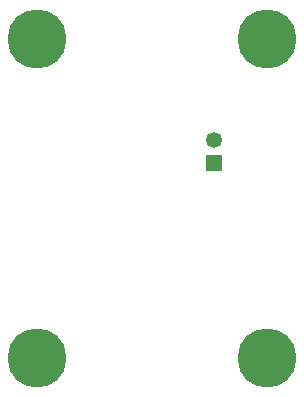
<source format=gbr>
%TF.GenerationSoftware,KiCad,Pcbnew,9.0.6*%
%TF.CreationDate,2025-11-11T14:20:58+00:00*%
%TF.ProjectId,BJT_Astable_Multivibrator_PCB,424a545f-4173-4746-9162-6c655f4d756c,rev?*%
%TF.SameCoordinates,Original*%
%TF.FileFunction,Soldermask,Bot*%
%TF.FilePolarity,Negative*%
%FSLAX46Y46*%
G04 Gerber Fmt 4.6, Leading zero omitted, Abs format (unit mm)*
G04 Created by KiCad (PCBNEW 9.0.6) date 2025-11-11 14:20:58*
%MOMM*%
%LPD*%
G01*
G04 APERTURE LIST*
%ADD10R,1.350000X1.350000*%
%ADD11C,1.350000*%
%ADD12C,5.000000*%
G04 APERTURE END LIST*
D10*
%TO.C,J1*%
X161542500Y-73000000D03*
D11*
X161542500Y-71000000D03*
%TD*%
D12*
%TO.C,H1*%
X146500000Y-62500000D03*
%TD*%
%TO.C,H3*%
X166000000Y-89500000D03*
%TD*%
%TO.C,H2*%
X166000000Y-62500000D03*
%TD*%
%TO.C,H4*%
X146500000Y-89500000D03*
%TD*%
M02*

</source>
